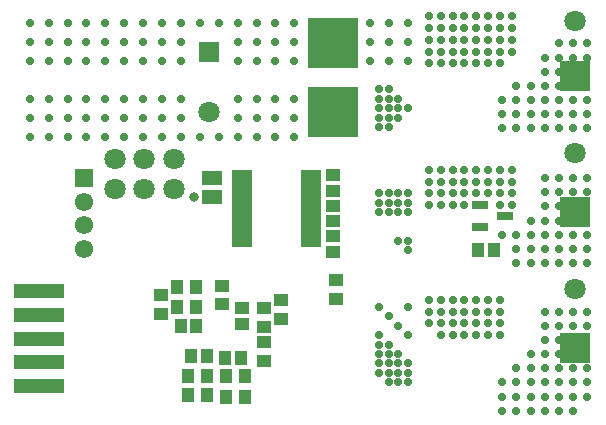
<source format=gbs>
G04*
G04 #@! TF.GenerationSoftware,Altium Limited,Altium Designer,25.8.1 (18)*
G04*
G04 Layer_Color=16711935*
%FSLAX44Y44*%
%MOMM*%
G71*
G04*
G04 #@! TF.SameCoordinates,D7C4C725-C8A4-46AB-A62B-07054BF05DDA*
G04*
G04*
G04 #@! TF.FilePolarity,Negative*
G04*
G01*
G75*
%ADD27R,1.0332X1.1432*%
%ADD28R,1.1432X1.0332*%
%ADD29R,1.0032X1.1532*%
%ADD30R,1.1532X1.0032*%
%ADD33R,1.6732X1.2232*%
%ADD34R,4.2032X1.2032*%
%ADD39C,1.8032*%
%ADD40C,1.5532*%
%ADD41R,2.5032X2.5032*%
%ADD42R,1.5532X1.5532*%
%ADD43R,1.8032X1.8032*%
%ADD44R,4.2032X4.2032*%
%ADD45C,0.8032*%
%ADD46C,0.7032*%
%ADD59R,1.4532X0.8032*%
%ADD60R,1.7032X0.6532*%
D27*
X410600Y143000D02*
D03*
X196600Y52000D02*
D03*
X154800Y53000D02*
D03*
X145800Y79000D02*
D03*
X397400Y143000D02*
D03*
X183400Y52000D02*
D03*
X168000Y53000D02*
D03*
X159000Y79000D02*
D03*
D28*
X275000Y180600D02*
D03*
Y193400D02*
D03*
Y206600D02*
D03*
X198000Y80400D02*
D03*
Y93600D02*
D03*
X275000Y154600D02*
D03*
Y141400D02*
D03*
Y167400D02*
D03*
D29*
X200000Y36000D02*
D03*
X143000Y95000D02*
D03*
X152000Y36000D02*
D03*
X200000Y19000D02*
D03*
X143000Y112000D02*
D03*
X159000D02*
D03*
X184000Y19000D02*
D03*
Y36000D02*
D03*
X168000D02*
D03*
X152000Y20000D02*
D03*
X168000D02*
D03*
X159000Y95000D02*
D03*
D30*
X231000Y101000D02*
D03*
X129000Y89000D02*
D03*
X277000Y102000D02*
D03*
Y118000D02*
D03*
X129000Y105000D02*
D03*
X181000Y97000D02*
D03*
Y113000D02*
D03*
X231000Y85000D02*
D03*
X216000Y65000D02*
D03*
Y49000D02*
D03*
Y78000D02*
D03*
Y94000D02*
D03*
D33*
X172000Y204000D02*
D03*
Y188000D02*
D03*
D34*
X26000Y108000D02*
D03*
Y88000D02*
D03*
Y68000D02*
D03*
Y48000D02*
D03*
Y28000D02*
D03*
D39*
X140000Y220000D02*
D03*
X90000D02*
D03*
X115000D02*
D03*
Y195000D02*
D03*
X140000D02*
D03*
X90000D02*
D03*
X480000Y110000D02*
D03*
Y225000D02*
D03*
Y337000D02*
D03*
X170000Y259600D02*
D03*
D40*
X64000Y144000D02*
D03*
Y164000D02*
D03*
Y184000D02*
D03*
D41*
X480000Y175000D02*
D03*
Y290000D02*
D03*
Y60000D02*
D03*
D42*
X64000Y204000D02*
D03*
D43*
X170000Y310400D02*
D03*
D44*
X275000Y260000D02*
D03*
Y318000D02*
D03*
D45*
X157000Y188000D02*
D03*
D46*
X466000Y144000D02*
D03*
X430000Y132000D02*
D03*
X490000Y156000D02*
D03*
X478000Y204000D02*
D03*
X466000Y132000D02*
D03*
X478000Y144000D02*
D03*
X442000Y132000D02*
D03*
X466000Y180000D02*
D03*
Y156000D02*
D03*
X430000D02*
D03*
X454000Y192000D02*
D03*
X466000D02*
D03*
Y168000D02*
D03*
Y204000D02*
D03*
X454000D02*
D03*
X418000Y156000D02*
D03*
X454000D02*
D03*
X490000Y204000D02*
D03*
Y144000D02*
D03*
X442000Y156000D02*
D03*
X430000Y144000D02*
D03*
X478000Y156000D02*
D03*
X490000Y132000D02*
D03*
X454000Y144000D02*
D03*
Y132000D02*
D03*
X442000Y144000D02*
D03*
Y168000D02*
D03*
X478000Y132000D02*
D03*
X454000Y180000D02*
D03*
X490000Y192000D02*
D03*
X454000Y168000D02*
D03*
X478000Y192000D02*
D03*
X416000Y71000D02*
D03*
Y81000D02*
D03*
Y91000D02*
D03*
Y101000D02*
D03*
X426000Y341000D02*
D03*
Y331000D02*
D03*
Y321000D02*
D03*
Y311000D02*
D03*
Y211000D02*
D03*
Y201000D02*
D03*
Y191000D02*
D03*
Y181000D02*
D03*
X416000Y341000D02*
D03*
Y331000D02*
D03*
Y321000D02*
D03*
Y311000D02*
D03*
Y301000D02*
D03*
Y211000D02*
D03*
Y201000D02*
D03*
Y191000D02*
D03*
Y181000D02*
D03*
X406000Y341000D02*
D03*
Y331000D02*
D03*
Y321000D02*
D03*
Y311000D02*
D03*
Y301000D02*
D03*
Y211000D02*
D03*
Y201000D02*
D03*
Y191000D02*
D03*
Y101000D02*
D03*
Y91000D02*
D03*
Y81000D02*
D03*
Y71000D02*
D03*
X396000Y341000D02*
D03*
Y331000D02*
D03*
Y321000D02*
D03*
Y311000D02*
D03*
Y301000D02*
D03*
Y211000D02*
D03*
Y201000D02*
D03*
Y191000D02*
D03*
Y101000D02*
D03*
Y91000D02*
D03*
Y81000D02*
D03*
Y71000D02*
D03*
X386000Y341000D02*
D03*
Y331000D02*
D03*
Y321000D02*
D03*
Y311000D02*
D03*
Y301000D02*
D03*
Y211000D02*
D03*
Y201000D02*
D03*
Y191000D02*
D03*
Y181000D02*
D03*
Y101000D02*
D03*
Y91000D02*
D03*
Y81000D02*
D03*
Y71000D02*
D03*
X376000Y341000D02*
D03*
Y331000D02*
D03*
Y321000D02*
D03*
Y311000D02*
D03*
Y301000D02*
D03*
Y211000D02*
D03*
Y201000D02*
D03*
Y191000D02*
D03*
Y181000D02*
D03*
Y101000D02*
D03*
Y91000D02*
D03*
Y81000D02*
D03*
Y71000D02*
D03*
X366000Y341000D02*
D03*
Y331000D02*
D03*
Y321000D02*
D03*
Y311000D02*
D03*
Y301000D02*
D03*
Y211000D02*
D03*
Y201000D02*
D03*
Y191000D02*
D03*
Y181000D02*
D03*
Y101000D02*
D03*
Y91000D02*
D03*
Y81000D02*
D03*
Y71000D02*
D03*
X356000Y341000D02*
D03*
Y331000D02*
D03*
Y321000D02*
D03*
Y311000D02*
D03*
Y301000D02*
D03*
Y211000D02*
D03*
Y201000D02*
D03*
Y191000D02*
D03*
Y181000D02*
D03*
Y101000D02*
D03*
Y91000D02*
D03*
Y81000D02*
D03*
X338001Y263001D02*
D03*
Y191000D02*
D03*
Y183000D02*
D03*
Y175000D02*
D03*
Y151000D02*
D03*
Y143000D02*
D03*
Y95000D02*
D03*
Y71000D02*
D03*
Y47000D02*
D03*
Y39000D02*
D03*
Y31000D02*
D03*
X330001Y271001D02*
D03*
Y263001D02*
D03*
Y255000D02*
D03*
Y191000D02*
D03*
Y183000D02*
D03*
Y175000D02*
D03*
Y151000D02*
D03*
Y79000D02*
D03*
Y55000D02*
D03*
Y47000D02*
D03*
Y39000D02*
D03*
Y31000D02*
D03*
X322001Y279001D02*
D03*
Y271001D02*
D03*
Y263001D02*
D03*
Y255000D02*
D03*
Y247001D02*
D03*
Y191000D02*
D03*
Y183000D02*
D03*
Y175000D02*
D03*
Y87000D02*
D03*
Y63000D02*
D03*
Y55000D02*
D03*
Y47000D02*
D03*
Y39000D02*
D03*
Y31000D02*
D03*
X314001Y279001D02*
D03*
Y271001D02*
D03*
Y263001D02*
D03*
Y255000D02*
D03*
Y247001D02*
D03*
Y191000D02*
D03*
Y183000D02*
D03*
Y175000D02*
D03*
Y95000D02*
D03*
Y71000D02*
D03*
Y63000D02*
D03*
Y55000D02*
D03*
Y47000D02*
D03*
Y39000D02*
D03*
X490000Y318000D02*
D03*
Y306000D02*
D03*
Y270000D02*
D03*
Y258000D02*
D03*
Y246000D02*
D03*
X478000Y318000D02*
D03*
Y306000D02*
D03*
Y270000D02*
D03*
Y258000D02*
D03*
Y246000D02*
D03*
X466000Y318000D02*
D03*
Y306000D02*
D03*
Y294000D02*
D03*
Y282000D02*
D03*
Y270000D02*
D03*
Y258000D02*
D03*
Y246000D02*
D03*
X454000Y306000D02*
D03*
Y294000D02*
D03*
Y282000D02*
D03*
Y270000D02*
D03*
Y258000D02*
D03*
Y246000D02*
D03*
X442000Y282000D02*
D03*
Y270000D02*
D03*
Y258000D02*
D03*
Y246000D02*
D03*
X430000Y282000D02*
D03*
Y270000D02*
D03*
Y258000D02*
D03*
Y246000D02*
D03*
X418000Y270000D02*
D03*
Y258000D02*
D03*
Y246000D02*
D03*
X322000Y303000D02*
D03*
X306000D02*
D03*
X98000D02*
D03*
X18000D02*
D03*
X338000D02*
D03*
X50000Y319000D02*
D03*
X194000Y303000D02*
D03*
X306000Y335000D02*
D03*
X66000Y303000D02*
D03*
X34000Y319000D02*
D03*
X242000Y335000D02*
D03*
X34000D02*
D03*
X66000D02*
D03*
X82000Y303000D02*
D03*
X66000Y319000D02*
D03*
X130000D02*
D03*
X18000Y335000D02*
D03*
X210000Y319000D02*
D03*
Y335000D02*
D03*
X194000Y319000D02*
D03*
X242000D02*
D03*
Y303000D02*
D03*
X50000Y335000D02*
D03*
X322000D02*
D03*
X146000Y303000D02*
D03*
X130000D02*
D03*
X114000D02*
D03*
X210000D02*
D03*
X114000Y335000D02*
D03*
X146000D02*
D03*
X98000Y319000D02*
D03*
Y335000D02*
D03*
X50000Y303000D02*
D03*
X322000Y319000D02*
D03*
X338000Y335000D02*
D03*
X82000D02*
D03*
X114000Y319000D02*
D03*
X178000Y335000D02*
D03*
X226000Y319000D02*
D03*
Y335000D02*
D03*
X82000Y319000D02*
D03*
X306000D02*
D03*
X34000Y303000D02*
D03*
X226000D02*
D03*
X162000Y335000D02*
D03*
X18000Y319000D02*
D03*
X194000Y335000D02*
D03*
X146000Y319000D02*
D03*
X338000D02*
D03*
X130000Y335000D02*
D03*
X242000Y271000D02*
D03*
Y255000D02*
D03*
Y239000D02*
D03*
X226000Y271000D02*
D03*
Y255000D02*
D03*
Y239000D02*
D03*
X210000Y271000D02*
D03*
Y255000D02*
D03*
Y239000D02*
D03*
X194000Y271000D02*
D03*
Y255000D02*
D03*
Y239000D02*
D03*
X178000D02*
D03*
X162000D02*
D03*
X146000Y271000D02*
D03*
Y255000D02*
D03*
Y239000D02*
D03*
X130000Y271000D02*
D03*
Y255000D02*
D03*
Y239000D02*
D03*
X114000Y271000D02*
D03*
Y255000D02*
D03*
Y239000D02*
D03*
X98000Y271000D02*
D03*
Y255000D02*
D03*
Y239000D02*
D03*
X82000Y271000D02*
D03*
Y255000D02*
D03*
Y239000D02*
D03*
X66000Y271000D02*
D03*
Y255000D02*
D03*
Y239000D02*
D03*
X50000Y271000D02*
D03*
Y255000D02*
D03*
Y239000D02*
D03*
X34000Y271000D02*
D03*
Y255000D02*
D03*
Y239000D02*
D03*
X18000Y271000D02*
D03*
Y255000D02*
D03*
Y239000D02*
D03*
X490000Y91000D02*
D03*
Y79000D02*
D03*
Y43000D02*
D03*
Y31000D02*
D03*
Y19000D02*
D03*
X478000Y91000D02*
D03*
Y79000D02*
D03*
Y43000D02*
D03*
Y31000D02*
D03*
Y19000D02*
D03*
Y7000D02*
D03*
X466000Y91000D02*
D03*
Y79000D02*
D03*
Y67000D02*
D03*
Y55000D02*
D03*
Y43000D02*
D03*
Y31000D02*
D03*
Y19000D02*
D03*
Y7000D02*
D03*
X454000Y91000D02*
D03*
Y79000D02*
D03*
Y67000D02*
D03*
Y55000D02*
D03*
Y43000D02*
D03*
Y31000D02*
D03*
Y19000D02*
D03*
Y7000D02*
D03*
X442000Y55000D02*
D03*
Y43000D02*
D03*
Y31000D02*
D03*
Y19000D02*
D03*
Y7000D02*
D03*
X430000Y43000D02*
D03*
Y31000D02*
D03*
Y19000D02*
D03*
Y7000D02*
D03*
X418000Y31000D02*
D03*
Y19000D02*
D03*
Y7000D02*
D03*
D59*
X420500Y172000D02*
D03*
X399500Y181500D02*
D03*
Y162500D02*
D03*
D60*
X198000Y194250D02*
D03*
X256000Y181250D02*
D03*
Y148750D02*
D03*
Y155250D02*
D03*
Y168250D02*
D03*
Y174750D02*
D03*
Y187750D02*
D03*
Y194250D02*
D03*
Y207250D02*
D03*
X198000D02*
D03*
Y200750D02*
D03*
X256000Y161750D02*
D03*
X198000Y187750D02*
D03*
Y174750D02*
D03*
Y161750D02*
D03*
Y148750D02*
D03*
Y181250D02*
D03*
Y168250D02*
D03*
Y155250D02*
D03*
X256000Y200750D02*
D03*
M02*

</source>
